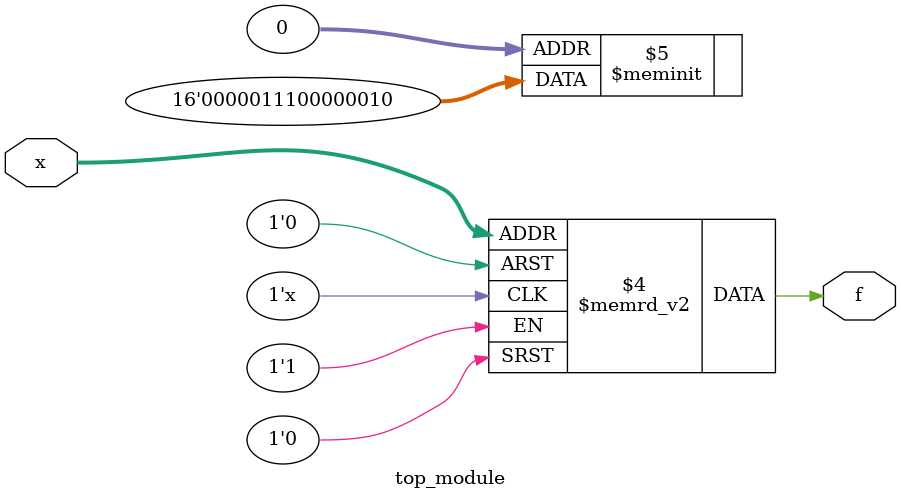
<source format=sv>
module top_module (
    input [4:1] x,
    output logic f
);

always_comb begin
    case ({x[4], x[3], x[2], x[1]})
        4'b0001, 4'b1000, 4'b1001, 4'b1010: f = 1'b1;
        4'b0000, 4'b0010, 4'b0011, 4'b0100, 4'b0101, 4'b0110, 4'b0111, 4'b1011, 4'b1100, 4'b1101, 4'b1110, 4'b1111: f = 1'b0;
    endcase
end

endmodule

</source>
